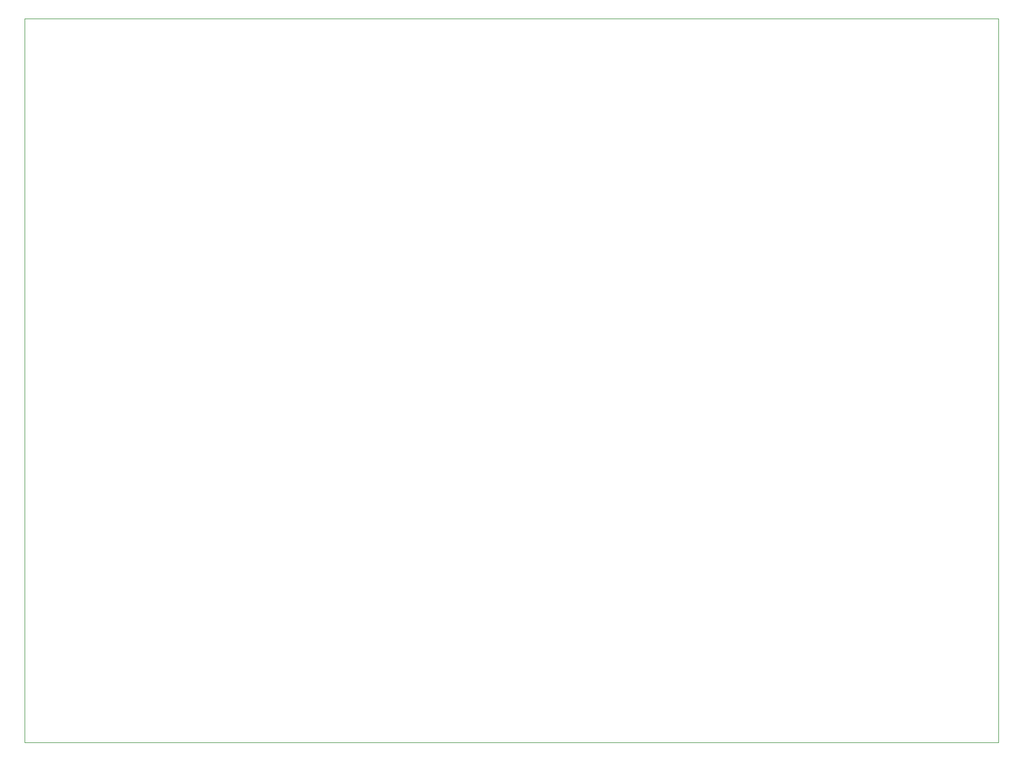
<source format=gbr>
%TF.GenerationSoftware,KiCad,Pcbnew,7.0.7*%
%TF.CreationDate,2025-08-02T13:59:43+07:00*%
%TF.ProjectId,uno-r4-shield-template,756e6f2d-7234-42d7-9368-69656c642d74,rev?*%
%TF.SameCoordinates,Original*%
%TF.FileFunction,Profile,NP*%
%FSLAX46Y46*%
G04 Gerber Fmt 4.6, Leading zero omitted, Abs format (unit mm)*
G04 Created by KiCad (PCBNEW 7.0.7) date 2025-08-02 13:59:43*
%MOMM*%
%LPD*%
G01*
G04 APERTURE LIST*
%TA.AperFunction,Profile*%
%ADD10C,0.120000*%
%TD*%
G04 APERTURE END LIST*
D10*
X75500000Y-144700000D02*
X75500000Y-32600000D01*
X226300000Y-32600000D02*
X226300000Y-144700000D01*
X226300000Y-144700000D02*
X75500000Y-144700000D01*
X75500000Y-32600000D02*
X226300000Y-32600000D01*
M02*

</source>
